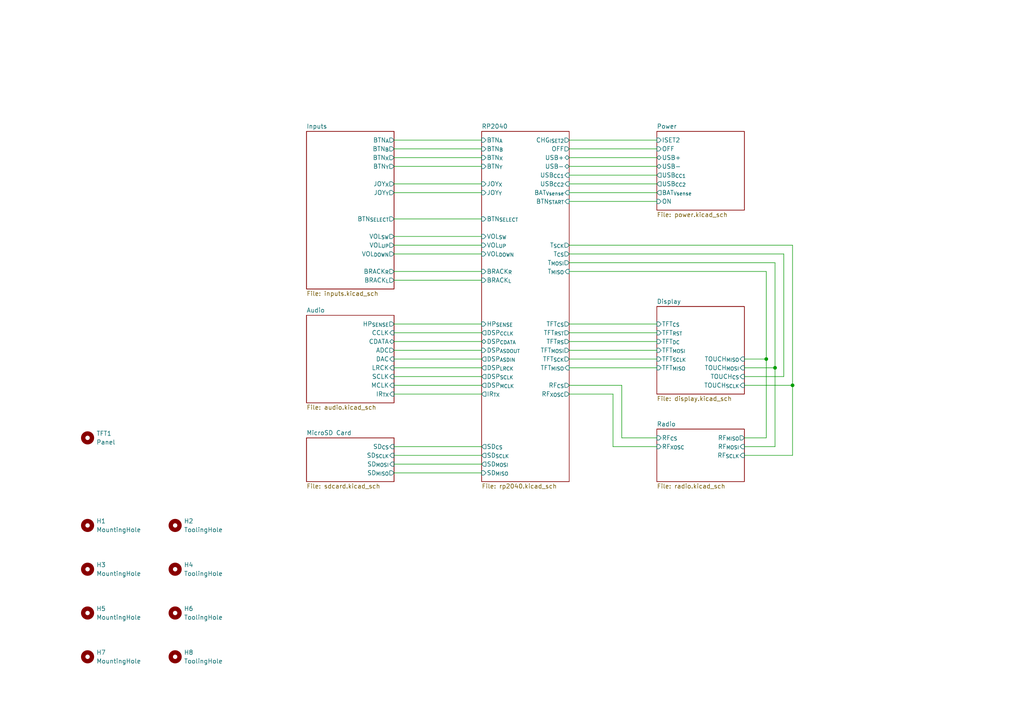
<source format=kicad_sch>
(kicad_sch (version 20250114) (generator "eeschema") (generator_version "9.0")
  (paper "A4")
  (title_block (title "Křeček") (date "2024-03-06") (rev "v0.9b") (company "DDM Spirála"))
  (lib_symbols
    (symbol "Mechanical:MountingHole" (pin_names (offset 1.016)) (exclude_from_sim yes) (in_bom no)
      (property "Reference" "H" (at 0 5.08 0))
      (property "Value" "MountingHole" (at 0 3.175 0))
      (symbol "MountingHole_0_1"
        (circle (center 0 0) (radius 1.27) (stroke (width 1.27)))
      )
    )
  )
  (junction (at 222.25 104.14))
  (junction (at 229.87 111.76))
  (junction (at 224.79 106.68))
  (wire (pts (xy 114.3 114.3) (xy 139.7 114.3)))
  (wire (pts (xy 165.1 99.06) (xy 190.5 99.06)))
  (wire (pts (xy 165.1 106.68) (xy 190.5 106.68)))
  (wire (pts (xy 180.34 111.76) (xy 180.34 127)))
  (wire (pts (xy 222.25 78.74) (xy 222.25 104.14)))
  (wire (pts (xy 224.79 106.68) (xy 224.79 129.54)))
  (wire (pts (xy 224.79 76.2) (xy 165.1 76.2)))
  (wire (pts (xy 165.1 114.3) (xy 177.8 114.3)))
  (wire (pts (xy 114.3 53.34) (xy 139.7 53.34)))
  (wire (pts (xy 114.3 111.76) (xy 139.7 111.76)))
  (wire (pts (xy 114.3 137.16) (xy 139.7 137.16)))
  (wire (pts (xy 165.1 50.8) (xy 190.5 50.8)))
  (wire (pts (xy 114.3 45.72) (xy 139.7 45.72)))
  (wire (pts (xy 215.9 106.68) (xy 224.79 106.68)))
  (wire (pts (xy 224.79 129.54) (xy 215.9 129.54)))
  (wire (pts (xy 114.3 101.6) (xy 139.7 101.6)))
  (wire (pts (xy 165.1 58.42) (xy 190.5 58.42)))
  (wire (pts (xy 114.3 106.68) (xy 139.7 106.68)))
  (wire (pts (xy 222.25 104.14) (xy 222.25 127)))
  (wire (pts (xy 114.3 81.28) (xy 139.7 81.28)))
  (wire (pts (xy 114.3 73.66) (xy 139.7 73.66)))
  (wire (pts (xy 114.3 40.64) (xy 139.7 40.64)))
  (wire (pts (xy 114.3 63.5) (xy 139.7 63.5)))
  (wire (pts (xy 165.1 104.14) (xy 190.5 104.14)))
  (wire (pts (xy 114.3 93.98) (xy 139.7 93.98)))
  (wire (pts (xy 165.1 55.88) (xy 190.5 55.88)))
  (wire (pts (xy 114.3 55.88) (xy 139.7 55.88)))
  (wire (pts (xy 222.25 104.14) (xy 215.9 104.14)))
  (wire (pts (xy 215.9 132.08) (xy 229.87 132.08)))
  (wire (pts (xy 165.1 96.52) (xy 190.5 96.52)))
  (wire (pts (xy 114.3 43.18) (xy 139.7 43.18)))
  (wire (pts (xy 165.1 93.98) (xy 190.5 93.98)))
  (wire (pts (xy 114.3 134.62) (xy 139.7 134.62)))
  (wire (pts (xy 165.1 48.26) (xy 190.5 48.26)))
  (wire (pts (xy 114.3 71.12) (xy 139.7 71.12)))
  (wire (pts (xy 224.79 106.68) (xy 224.79 76.2)))
  (wire (pts (xy 180.34 127) (xy 190.5 127)))
  (wire (pts (xy 114.3 132.08) (xy 139.7 132.08)))
  (wire (pts (xy 165.1 73.66) (xy 227.33 73.66)))
  (wire (pts (xy 229.87 132.08) (xy 229.87 111.76)))
  (wire (pts (xy 177.8 129.54) (xy 190.5 129.54)))
  (wire (pts (xy 165.1 53.34) (xy 190.5 53.34)))
  (wire (pts (xy 165.1 45.72) (xy 190.5 45.72)))
  (wire (pts (xy 165.1 78.74) (xy 222.25 78.74)))
  (wire (pts (xy 114.3 109.22) (xy 139.7 109.22)))
  (wire (pts (xy 165.1 101.6) (xy 190.5 101.6)))
  (wire (pts (xy 215.9 111.76) (xy 229.87 111.76)))
  (wire (pts (xy 227.33 109.22) (xy 215.9 109.22)))
  (wire (pts (xy 114.3 99.06) (xy 139.7 99.06)))
  (wire (pts (xy 114.3 48.26) (xy 139.7 48.26)))
  (wire (pts (xy 114.3 129.54) (xy 139.7 129.54)))
  (wire (pts (xy 114.3 96.52) (xy 139.7 96.52)))
  (wire (pts (xy 229.87 71.12) (xy 165.1 71.12)))
  (wire (pts (xy 114.3 68.58) (xy 139.7 68.58)))
  (wire (pts (xy 227.33 73.66) (xy 227.33 109.22)))
  (wire (pts (xy 114.3 104.14) (xy 139.7 104.14)))
  (wire (pts (xy 177.8 114.3) (xy 177.8 129.54)))
  (wire (pts (xy 114.3 78.74) (xy 139.7 78.74)))
  (wire (pts (xy 165.1 43.18) (xy 190.5 43.18)))
  (wire (pts (xy 165.1 111.76) (xy 180.34 111.76)))
  (wire (pts (xy 222.25 127) (xy 215.9 127)))
  (wire (pts (xy 165.1 40.64) (xy 190.5 40.64)))
  (wire (pts (xy 229.87 111.76) (xy 229.87 71.12)))
  (symbol (lib_id "Mechanical:MountingHole") (at 50.8 177.8 0) (unit 1)
    (property "Reference" "H6" (at 53.34 176.53 0) (effects (justify left)))
    (property "Value" "ToolingHole" (at 53.34 179.07 0) (effects (justify left)))
    (property "Footprint" "Krecek:ToolingHole" (effects (hide yes)))
    (property "Description" "Mounting Hole without connection" (effects (hide yes)))
  )
  (symbol (lib_id "Mechanical:MountingHole") (at 50.8 152.4 0) (unit 1)
    (property "Reference" "H2" (at 53.34 151.13 0) (effects (justify left)))
    (property "Value" "ToolingHole" (at 53.34 153.67 0) (effects (justify left)))
    (property "Footprint" "Krecek:ToolingHole" (effects (hide yes)))
    (property "Description" "Mounting Hole without connection" (effects (hide yes)))
  )
  (symbol (lib_id "Mechanical:MountingHole") (at 25.4 152.4 0) (unit 1)
    (property "Reference" "H1" (at 27.94 151.13 0) (effects (justify left)))
    (property "Value" "MountingHole" (at 27.94 153.67 0) (effects (justify left)))
    (property "Footprint" "MountingHole:MountingHole_2.2mm_M2" (effects (hide yes)))
    (property "Description" "Mounting Hole without connection" (effects (hide yes)))
  )
  (symbol (lib_id "Mechanical:MountingHole") (at 25.4 127 0) (unit 1)
    (property "Reference" "TFT1" (at 27.94 125.73 0) (effects (justify left)))
    (property "Value" "Panel" (at 27.94 128.27 0) (effects (justify left)))
    (property "Footprint" "Krecek:Panel" (effects (hide yes)))
  )
  (symbol (lib_id "Mechanical:MountingHole") (at 25.4 190.5 0) (unit 1)
    (property "Reference" "H7" (at 27.94 189.23 0) (effects (justify left)))
    (property "Value" "MountingHole" (at 27.94 191.77 0) (effects (justify left)))
    (property "Footprint" "MountingHole:MountingHole_2.2mm_M2" (effects (hide yes)))
    (property "Description" "Mounting Hole without connection" (effects (hide yes)))
  )
  (symbol (lib_id "Mechanical:MountingHole") (at 50.8 165.1 0) (unit 1)
    (property "Reference" "H4" (at 53.34 163.83 0) (effects (justify left)))
    (property "Value" "ToolingHole" (at 53.34 166.37 0) (effects (justify left)))
    (property "Footprint" "Krecek:ToolingHole" (effects (hide yes)))
    (property "Description" "Mounting Hole without connection" (effects (hide yes)))
  )
  (symbol (lib_id "Mechanical:MountingHole") (at 25.4 165.1 0) (unit 1)
    (property "Reference" "H3" (at 27.94 163.83 0) (effects (justify left)))
    (property "Value" "MountingHole" (at 27.94 166.37 0) (effects (justify left)))
    (property "Footprint" "MountingHole:MountingHole_2.2mm_M2" (effects (hide yes)))
    (property "Description" "Mounting Hole without connection" (effects (hide yes)))
  )
  (symbol (lib_id "Mechanical:MountingHole") (at 25.4 177.8 0) (unit 1)
    (property "Reference" "H5" (at 27.94 176.53 0) (effects (justify left)))
    (property "Value" "MountingHole" (at 27.94 179.07 0) (effects (justify left)))
    (property "Footprint" "MountingHole:MountingHole_2.2mm_M2" (effects (hide yes)))
    (property "Description" "Mounting Hole without connection" (effects (hide yes)))
  )
  (symbol (lib_id "Mechanical:MountingHole") (at 50.8 190.5 0) (unit 1)
    (property "Reference" "H8" (at 53.34 189.23 0) (effects (justify left)))
    (property "Value" "ToolingHole" (at 53.34 191.77 0) (effects (justify left)))
    (property "Footprint" "Krecek:ToolingHole" (effects (hide yes)))
    (property "Description" "Mounting Hole without connection" (effects (hide yes)))
  )
  (sheet (at 88.9 38.1) (size 25.4 45.72) (stroke (width 0.1524))
    (property "Sheetname" "Inputs" (at 88.9 37.3884 0) (effects (justify left bottom)))
    (property "Sheetfile" "inputs.kicad_sch" (at 88.9 84.4046 0) (effects (justify left top)))
    (pin "BTN_{Y}" output (at 114.3 48.26 0))
    (pin "BTN_{X}" output (at 114.3 45.72 0))
    (pin "BTN_{A}" output (at 114.3 40.64 0))
    (pin "BTN_{B}" output (at 114.3 43.18 0))
    (pin "JOY_{Y}" output (at 114.3 55.88 0))
    (pin "JOY_{X}" output (at 114.3 53.34 0))
    (pin "BTN_{SELECT}" output (at 114.3 63.5 0))
    (pin "VOL_{UP}" output (at 114.3 71.12 0))
    (pin "VOL_{SW}" output (at 114.3 68.58 0))
    (pin "VOL_{DOWN}" output (at 114.3 73.66 0))
    (pin "BRACK_{L}" output (at 114.3 81.28 0))
    (pin "BRACK_{R}" output (at 114.3 78.74 0))
  )
  (sheet (at 190.5 88.9) (size 25.4 25.4) (stroke (width 0.1524))
    (property "Sheetname" "Display" (at 190.5 88.1884 0) (effects (justify left bottom)))
    (property "Sheetfile" "display.kicad_sch" (at 190.5 114.8846 0) (effects (justify left top)))
    (pin "TFT_{RST}" input (at 190.5 96.52 180))
    (pin "TFT_{SCLK}" input (at 190.5 104.14 180))
    (pin "TFT_{DC}" input (at 190.5 99.06 180))
    (pin "TFT_{MOSI}" input (at 190.5 101.6 180))
    (pin "TFT_{CS}" input (at 190.5 93.98 180))
    (pin "TFT_{MISO}" input (at 190.5 106.68 180))
    (pin "TOUCH_{MISO}" input (at 215.9 104.14 0))
    (pin "TOUCH_{SCLK}" input (at 215.9 111.76 0))
    (pin "TOUCH_{CS}" input (at 215.9 109.22 0))
    (pin "TOUCH_{MOSI}" input (at 215.9 106.68 0))
  )
  (sheet (at 190.5 124.46) (size 25.4 15.24) (stroke (width 0.1524))
    (property "Sheetname" "Radio" (at 190.5 123.7484 0) (effects (justify left bottom)))
    (property "Sheetfile" "radio.kicad_sch" (at 190.5 140.2846 0) (effects (justify left top)))
    (pin "RF_{CS}" input (at 190.5 127 180))
    (pin "RF_{SCLK}" input (at 215.9 132.08 0))
    (pin "RF_{MISO}" output (at 215.9 127 0))
    (pin "RF_{MOSI}" input (at 215.9 129.54 0))
    (pin "RF_{XOSC}" input (at 190.5 129.54 180))
  )
  (sheet (at 139.7 38.1) (size 25.4 101.6) (stroke (width 0.1524))
    (property "Sheetname" "RP2040" (at 139.7 37.3884 0) (effects (justify left bottom)))
    (property "Sheetfile" "rp2040.kicad_sch" (at 139.7 140.2846 0) (effects (justify left top)))
    (pin "CHG_{ISET2}" output (at 165.1 40.64 0))
    (pin "OFF" output (at 165.1 43.18 0))
    (pin "TFT_{SCK}" output (at 165.1 104.14 0))
    (pin "TFT_{CS}" output (at 165.1 93.98 0))
    (pin "TFT_{MISO}" input (at 165.1 106.68 0))
    (pin "TFT_{MOSI}" output (at 165.1 101.6 0))
    (pin "TFT_{RS}" output (at 165.1 99.06 0))
    (pin "TFT_{RST}" output (at 165.1 96.52 0))
    (pin "RF_{CS}" output (at 165.1 111.76 0))
    (pin "BTN_{X}" input (at 139.7 45.72 180))
    (pin "BTN_{Y}" input (at 139.7 48.26 180))
    (pin "BTN_{START}" input (at 165.1 58.42 0))
    (pin "BTN_{SELECT}" input (at 139.7 63.5 180))
    (pin "JOY_{X}" input (at 139.7 53.34 180))
    (pin "JOY_{Y}" input (at 139.7 55.88 180))
    (pin "BTN_{A}" input (at 139.7 40.64 180))
    (pin "BTN_{B}" input (at 139.7 43.18 180))
    (pin "USB+" bidirectional (at 165.1 45.72 0))
    (pin "USB-" bidirectional (at 165.1 48.26 0))
    (pin "USB_{CC1}" input (at 165.1 50.8 0))
    (pin "USB_{CC2}" input (at 165.1 53.34 0))
    (pin "SD_{SCLK}" output (at 139.7 132.08 180))
    (pin "SD_{MISO}" input (at 139.7 137.16 180))
    (pin "SD_{CS}" output (at 139.7 129.54 180))
    (pin "SD_{MOSI}" output (at 139.7 134.62 180))
    (pin "T_{MISO}" input (at 165.1 78.74 0))
    (pin "T_{SCK}" output (at 165.1 71.12 0))
    (pin "T_{MOSI}" output (at 165.1 76.2 0))
    (pin "T_{CS}" output (at 165.1 73.66 0))
    (pin "VOL_{SW}" input (at 139.7 68.58 180))
    (pin "VOL_{UP}" input (at 139.7 71.12 180))
    (pin "VOL_{DOWN}" input (at 139.7 73.66 180))
    (pin "BRACK_{R}" input (at 139.7 78.74 180))
    (pin "BRACK_{L}" input (at 139.7 81.28 180))
    (pin "BAT_{Vsense}" input (at 165.1 55.88 0))
    (pin "DSP_{CDATA}" bidirectional (at 139.7 99.06 180))
    (pin "DSP_{CCLK}" output (at 139.7 96.52 180))
    (pin "DSP_{ASDOUT}" input (at 139.7 101.6 180))
    (pin "DSP_{ASDIN}" output (at 139.7 104.14 180))
    (pin "DSP_{LRCK}" output (at 139.7 106.68 180))
    (pin "DSP_{SCLK}" output (at 139.7 109.22 180))
    (pin "IR_{TX}" output (at 139.7 114.3 180))
    (pin "HP_{SENSE}" input (at 139.7 93.98 180))
    (pin "RF_{XOSC}" output (at 165.1 114.3 0))
    (pin "DSP_{MCLK}" output (at 139.7 111.76 180))
  )
  (sheet (at 88.9 91.44) (size 25.4 25.4) (stroke (width 0.1524))
    (property "Sheetname" "Audio" (at 88.9 90.7284 0) (effects (justify left bottom)))
    (property "Sheetfile" "audio.kicad_sch" (at 88.9 117.4246 0) (effects (justify left top)))
    (pin "CDATA" bidirectional (at 114.3 99.06 0))
    (pin "CCLK" input (at 114.3 96.52 0))
    (pin "LRCK" input (at 114.3 106.68 0))
    (pin "ADC" output (at 114.3 101.6 0))
    (pin "DAC" input (at 114.3 104.14 0))
    (pin "SCLK" input (at 114.3 109.22 0))
    (pin "HP_{SENSE}" output (at 114.3 93.98 0))
    (pin "IR_{TX}" input (at 114.3 114.3 0))
    (pin "MCLK" input (at 114.3 111.76 0))
  )
  (sheet (at 88.9 127) (size 25.4 12.7) (stroke (width 0.1524))
    (property "Sheetname" "MicroSD Card" (at 88.9 126.2884 0) (effects (justify left bottom)))
    (property "Sheetfile" "sdcard.kicad_sch" (at 88.9 140.2846 0) (effects (justify left top)))
    (pin "SD_{CS}" input (at 114.3 129.54 0))
    (pin "SD_{MISO}" output (at 114.3 137.16 0))
    (pin "SD_{MOSI}" input (at 114.3 134.62 0))
    (pin "SD_{SCLK}" input (at 114.3 132.08 0))
  )
  (sheet (at 190.5 38.1) (size 25.4 22.86) (stroke (width 0.1524))
    (property "Sheetname" "Power" (at 190.5 37.3884 0) (effects (justify left bottom)))
    (property "Sheetfile" "power.kicad_sch" (at 190.5 61.5446 0) (effects (justify left top)))
    (pin "ISET2" input (at 190.5 40.64 180))
    (pin "OFF" input (at 190.5 43.18 180))
    (pin "USB+" bidirectional (at 190.5 45.72 180))
    (pin "USB-" bidirectional (at 190.5 48.26 180))
    (pin "USB_{CC1}" output (at 190.5 50.8 180))
    (pin "USB_{CC2}" output (at 190.5 53.34 180))
    (pin "BAT_{Vsense}" output (at 190.5 55.88 180))
    (pin "ON" input (at 190.5 58.42 180))
  )
)
</source>
